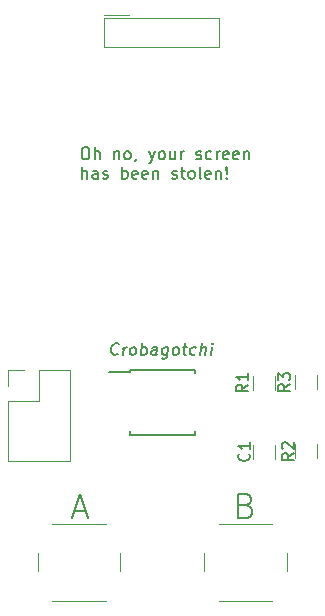
<source format=gbr>
%TF.GenerationSoftware,KiCad,Pcbnew,5.1.6-c6e7f7d~87~ubuntu19.10.1*%
%TF.CreationDate,2021-11-12T23:14:50-08:00*%
%TF.ProjectId,crobagotchi,63726f62-6167-46f7-9463-68692e6b6963,rev?*%
%TF.SameCoordinates,Original*%
%TF.FileFunction,Legend,Top*%
%TF.FilePolarity,Positive*%
%FSLAX46Y46*%
G04 Gerber Fmt 4.6, Leading zero omitted, Abs format (unit mm)*
G04 Created by KiCad (PCBNEW 5.1.6-c6e7f7d~87~ubuntu19.10.1) date 2021-11-12 23:14:50*
%MOMM*%
%LPD*%
G01*
G04 APERTURE LIST*
%ADD10C,0.150000*%
%ADD11C,0.120000*%
G04 APERTURE END LIST*
D10*
X108005252Y-79097142D02*
X107951681Y-79144761D01*
X107802872Y-79192380D01*
X107707633Y-79192380D01*
X107570729Y-79144761D01*
X107487395Y-79049523D01*
X107451681Y-78954285D01*
X107427872Y-78763809D01*
X107445729Y-78620952D01*
X107517157Y-78430476D01*
X107576681Y-78335238D01*
X107683824Y-78240000D01*
X107832633Y-78192380D01*
X107927872Y-78192380D01*
X108064776Y-78240000D01*
X108106443Y-78287619D01*
X108421919Y-79192380D02*
X108505252Y-78525714D01*
X108481443Y-78716190D02*
X108540967Y-78620952D01*
X108594538Y-78573333D01*
X108695729Y-78525714D01*
X108790967Y-78525714D01*
X109183824Y-79192380D02*
X109094538Y-79144761D01*
X109052872Y-79097142D01*
X109017157Y-79001904D01*
X109052872Y-78716190D01*
X109112395Y-78620952D01*
X109165967Y-78573333D01*
X109267157Y-78525714D01*
X109410014Y-78525714D01*
X109499300Y-78573333D01*
X109540967Y-78620952D01*
X109576681Y-78716190D01*
X109540967Y-79001904D01*
X109481443Y-79097142D01*
X109427872Y-79144761D01*
X109326681Y-79192380D01*
X109183824Y-79192380D01*
X109945729Y-79192380D02*
X110070729Y-78192380D01*
X110023110Y-78573333D02*
X110124300Y-78525714D01*
X110314776Y-78525714D01*
X110404062Y-78573333D01*
X110445729Y-78620952D01*
X110481443Y-78716190D01*
X110445729Y-79001904D01*
X110386205Y-79097142D01*
X110332633Y-79144761D01*
X110231443Y-79192380D01*
X110040967Y-79192380D01*
X109951681Y-79144761D01*
X111279062Y-79192380D02*
X111344538Y-78668571D01*
X111308824Y-78573333D01*
X111219538Y-78525714D01*
X111029062Y-78525714D01*
X110927872Y-78573333D01*
X111285014Y-79144761D02*
X111183824Y-79192380D01*
X110945729Y-79192380D01*
X110856443Y-79144761D01*
X110820729Y-79049523D01*
X110832633Y-78954285D01*
X110892157Y-78859047D01*
X110993348Y-78811428D01*
X111231443Y-78811428D01*
X111332633Y-78763809D01*
X112267157Y-78525714D02*
X112165967Y-79335238D01*
X112106443Y-79430476D01*
X112052872Y-79478095D01*
X111951681Y-79525714D01*
X111808824Y-79525714D01*
X111719538Y-79478095D01*
X112189776Y-79144761D02*
X112088586Y-79192380D01*
X111898110Y-79192380D01*
X111808824Y-79144761D01*
X111767157Y-79097142D01*
X111731443Y-79001904D01*
X111767157Y-78716190D01*
X111826681Y-78620952D01*
X111880252Y-78573333D01*
X111981443Y-78525714D01*
X112171919Y-78525714D01*
X112261205Y-78573333D01*
X112802872Y-79192380D02*
X112713586Y-79144761D01*
X112671919Y-79097142D01*
X112636205Y-79001904D01*
X112671919Y-78716190D01*
X112731443Y-78620952D01*
X112785014Y-78573333D01*
X112886205Y-78525714D01*
X113029062Y-78525714D01*
X113118348Y-78573333D01*
X113160014Y-78620952D01*
X113195729Y-78716190D01*
X113160014Y-79001904D01*
X113100491Y-79097142D01*
X113046919Y-79144761D01*
X112945729Y-79192380D01*
X112802872Y-79192380D01*
X113505252Y-78525714D02*
X113886205Y-78525714D01*
X113689776Y-78192380D02*
X113582633Y-79049523D01*
X113618348Y-79144761D01*
X113707633Y-79192380D01*
X113802872Y-79192380D01*
X114570729Y-79144761D02*
X114469538Y-79192380D01*
X114279062Y-79192380D01*
X114189776Y-79144761D01*
X114148110Y-79097142D01*
X114112395Y-79001904D01*
X114148110Y-78716190D01*
X114207633Y-78620952D01*
X114261205Y-78573333D01*
X114362395Y-78525714D01*
X114552872Y-78525714D01*
X114642157Y-78573333D01*
X114993348Y-79192380D02*
X115118348Y-78192380D01*
X115421919Y-79192380D02*
X115487395Y-78668571D01*
X115451681Y-78573333D01*
X115362395Y-78525714D01*
X115219538Y-78525714D01*
X115118348Y-78573333D01*
X115064776Y-78620952D01*
X115898110Y-79192380D02*
X115981443Y-78525714D01*
X116023110Y-78192380D02*
X115969538Y-78240000D01*
X116011205Y-78287619D01*
X116064776Y-78240000D01*
X116023110Y-78192380D01*
X116011205Y-78287619D01*
X105174071Y-61619380D02*
X105364547Y-61619380D01*
X105459785Y-61667000D01*
X105555023Y-61762238D01*
X105602642Y-61952714D01*
X105602642Y-62286047D01*
X105555023Y-62476523D01*
X105459785Y-62571761D01*
X105364547Y-62619380D01*
X105174071Y-62619380D01*
X105078833Y-62571761D01*
X104983595Y-62476523D01*
X104935976Y-62286047D01*
X104935976Y-61952714D01*
X104983595Y-61762238D01*
X105078833Y-61667000D01*
X105174071Y-61619380D01*
X106031214Y-62619380D02*
X106031214Y-61619380D01*
X106459785Y-62619380D02*
X106459785Y-62095571D01*
X106412166Y-62000333D01*
X106316928Y-61952714D01*
X106174071Y-61952714D01*
X106078833Y-62000333D01*
X106031214Y-62047952D01*
X107697880Y-61952714D02*
X107697880Y-62619380D01*
X107697880Y-62047952D02*
X107745500Y-62000333D01*
X107840738Y-61952714D01*
X107983595Y-61952714D01*
X108078833Y-62000333D01*
X108126452Y-62095571D01*
X108126452Y-62619380D01*
X108745500Y-62619380D02*
X108650261Y-62571761D01*
X108602642Y-62524142D01*
X108555023Y-62428904D01*
X108555023Y-62143190D01*
X108602642Y-62047952D01*
X108650261Y-62000333D01*
X108745500Y-61952714D01*
X108888357Y-61952714D01*
X108983595Y-62000333D01*
X109031214Y-62047952D01*
X109078833Y-62143190D01*
X109078833Y-62428904D01*
X109031214Y-62524142D01*
X108983595Y-62571761D01*
X108888357Y-62619380D01*
X108745500Y-62619380D01*
X109555023Y-62571761D02*
X109555023Y-62619380D01*
X109507404Y-62714619D01*
X109459785Y-62762238D01*
X110650261Y-61952714D02*
X110888357Y-62619380D01*
X111126452Y-61952714D02*
X110888357Y-62619380D01*
X110793119Y-62857476D01*
X110745500Y-62905095D01*
X110650261Y-62952714D01*
X111650261Y-62619380D02*
X111555023Y-62571761D01*
X111507404Y-62524142D01*
X111459785Y-62428904D01*
X111459785Y-62143190D01*
X111507404Y-62047952D01*
X111555023Y-62000333D01*
X111650261Y-61952714D01*
X111793119Y-61952714D01*
X111888357Y-62000333D01*
X111935976Y-62047952D01*
X111983595Y-62143190D01*
X111983595Y-62428904D01*
X111935976Y-62524142D01*
X111888357Y-62571761D01*
X111793119Y-62619380D01*
X111650261Y-62619380D01*
X112840738Y-61952714D02*
X112840738Y-62619380D01*
X112412166Y-61952714D02*
X112412166Y-62476523D01*
X112459785Y-62571761D01*
X112555023Y-62619380D01*
X112697880Y-62619380D01*
X112793119Y-62571761D01*
X112840738Y-62524142D01*
X113316928Y-62619380D02*
X113316928Y-61952714D01*
X113316928Y-62143190D02*
X113364547Y-62047952D01*
X113412166Y-62000333D01*
X113507404Y-61952714D01*
X113602642Y-61952714D01*
X114650261Y-62571761D02*
X114745500Y-62619380D01*
X114935976Y-62619380D01*
X115031214Y-62571761D01*
X115078833Y-62476523D01*
X115078833Y-62428904D01*
X115031214Y-62333666D01*
X114935976Y-62286047D01*
X114793119Y-62286047D01*
X114697880Y-62238428D01*
X114650261Y-62143190D01*
X114650261Y-62095571D01*
X114697880Y-62000333D01*
X114793119Y-61952714D01*
X114935976Y-61952714D01*
X115031214Y-62000333D01*
X115935976Y-62571761D02*
X115840738Y-62619380D01*
X115650261Y-62619380D01*
X115555023Y-62571761D01*
X115507404Y-62524142D01*
X115459785Y-62428904D01*
X115459785Y-62143190D01*
X115507404Y-62047952D01*
X115555023Y-62000333D01*
X115650261Y-61952714D01*
X115840738Y-61952714D01*
X115935976Y-62000333D01*
X116364547Y-62619380D02*
X116364547Y-61952714D01*
X116364547Y-62143190D02*
X116412166Y-62047952D01*
X116459785Y-62000333D01*
X116555023Y-61952714D01*
X116650261Y-61952714D01*
X117364547Y-62571761D02*
X117269309Y-62619380D01*
X117078833Y-62619380D01*
X116983595Y-62571761D01*
X116935976Y-62476523D01*
X116935976Y-62095571D01*
X116983595Y-62000333D01*
X117078833Y-61952714D01*
X117269309Y-61952714D01*
X117364547Y-62000333D01*
X117412166Y-62095571D01*
X117412166Y-62190809D01*
X116935976Y-62286047D01*
X118221690Y-62571761D02*
X118126452Y-62619380D01*
X117935976Y-62619380D01*
X117840738Y-62571761D01*
X117793119Y-62476523D01*
X117793119Y-62095571D01*
X117840738Y-62000333D01*
X117935976Y-61952714D01*
X118126452Y-61952714D01*
X118221690Y-62000333D01*
X118269309Y-62095571D01*
X118269309Y-62190809D01*
X117793119Y-62286047D01*
X118697880Y-61952714D02*
X118697880Y-62619380D01*
X118697880Y-62047952D02*
X118745500Y-62000333D01*
X118840738Y-61952714D01*
X118983595Y-61952714D01*
X119078833Y-62000333D01*
X119126452Y-62095571D01*
X119126452Y-62619380D01*
X104983595Y-64269380D02*
X104983595Y-63269380D01*
X105412166Y-64269380D02*
X105412166Y-63745571D01*
X105364547Y-63650333D01*
X105269309Y-63602714D01*
X105126452Y-63602714D01*
X105031214Y-63650333D01*
X104983595Y-63697952D01*
X106316928Y-64269380D02*
X106316928Y-63745571D01*
X106269309Y-63650333D01*
X106174071Y-63602714D01*
X105983595Y-63602714D01*
X105888357Y-63650333D01*
X106316928Y-64221761D02*
X106221690Y-64269380D01*
X105983595Y-64269380D01*
X105888357Y-64221761D01*
X105840738Y-64126523D01*
X105840738Y-64031285D01*
X105888357Y-63936047D01*
X105983595Y-63888428D01*
X106221690Y-63888428D01*
X106316928Y-63840809D01*
X106745500Y-64221761D02*
X106840738Y-64269380D01*
X107031214Y-64269380D01*
X107126452Y-64221761D01*
X107174071Y-64126523D01*
X107174071Y-64078904D01*
X107126452Y-63983666D01*
X107031214Y-63936047D01*
X106888357Y-63936047D01*
X106793119Y-63888428D01*
X106745500Y-63793190D01*
X106745500Y-63745571D01*
X106793119Y-63650333D01*
X106888357Y-63602714D01*
X107031214Y-63602714D01*
X107126452Y-63650333D01*
X108364547Y-64269380D02*
X108364547Y-63269380D01*
X108364547Y-63650333D02*
X108459785Y-63602714D01*
X108650261Y-63602714D01*
X108745500Y-63650333D01*
X108793119Y-63697952D01*
X108840738Y-63793190D01*
X108840738Y-64078904D01*
X108793119Y-64174142D01*
X108745500Y-64221761D01*
X108650261Y-64269380D01*
X108459785Y-64269380D01*
X108364547Y-64221761D01*
X109650261Y-64221761D02*
X109555023Y-64269380D01*
X109364547Y-64269380D01*
X109269309Y-64221761D01*
X109221690Y-64126523D01*
X109221690Y-63745571D01*
X109269309Y-63650333D01*
X109364547Y-63602714D01*
X109555023Y-63602714D01*
X109650261Y-63650333D01*
X109697880Y-63745571D01*
X109697880Y-63840809D01*
X109221690Y-63936047D01*
X110507404Y-64221761D02*
X110412166Y-64269380D01*
X110221690Y-64269380D01*
X110126452Y-64221761D01*
X110078833Y-64126523D01*
X110078833Y-63745571D01*
X110126452Y-63650333D01*
X110221690Y-63602714D01*
X110412166Y-63602714D01*
X110507404Y-63650333D01*
X110555023Y-63745571D01*
X110555023Y-63840809D01*
X110078833Y-63936047D01*
X110983595Y-63602714D02*
X110983595Y-64269380D01*
X110983595Y-63697952D02*
X111031214Y-63650333D01*
X111126452Y-63602714D01*
X111269309Y-63602714D01*
X111364547Y-63650333D01*
X111412166Y-63745571D01*
X111412166Y-64269380D01*
X112602642Y-64221761D02*
X112697880Y-64269380D01*
X112888357Y-64269380D01*
X112983595Y-64221761D01*
X113031214Y-64126523D01*
X113031214Y-64078904D01*
X112983595Y-63983666D01*
X112888357Y-63936047D01*
X112745500Y-63936047D01*
X112650261Y-63888428D01*
X112602642Y-63793190D01*
X112602642Y-63745571D01*
X112650261Y-63650333D01*
X112745500Y-63602714D01*
X112888357Y-63602714D01*
X112983595Y-63650333D01*
X113316928Y-63602714D02*
X113697880Y-63602714D01*
X113459785Y-63269380D02*
X113459785Y-64126523D01*
X113507404Y-64221761D01*
X113602642Y-64269380D01*
X113697880Y-64269380D01*
X114174071Y-64269380D02*
X114078833Y-64221761D01*
X114031214Y-64174142D01*
X113983595Y-64078904D01*
X113983595Y-63793190D01*
X114031214Y-63697952D01*
X114078833Y-63650333D01*
X114174071Y-63602714D01*
X114316928Y-63602714D01*
X114412166Y-63650333D01*
X114459785Y-63697952D01*
X114507404Y-63793190D01*
X114507404Y-64078904D01*
X114459785Y-64174142D01*
X114412166Y-64221761D01*
X114316928Y-64269380D01*
X114174071Y-64269380D01*
X115078833Y-64269380D02*
X114983595Y-64221761D01*
X114935976Y-64126523D01*
X114935976Y-63269380D01*
X115840738Y-64221761D02*
X115745500Y-64269380D01*
X115555023Y-64269380D01*
X115459785Y-64221761D01*
X115412166Y-64126523D01*
X115412166Y-63745571D01*
X115459785Y-63650333D01*
X115555023Y-63602714D01*
X115745500Y-63602714D01*
X115840738Y-63650333D01*
X115888357Y-63745571D01*
X115888357Y-63840809D01*
X115412166Y-63936047D01*
X116316928Y-63602714D02*
X116316928Y-64269380D01*
X116316928Y-63697952D02*
X116364547Y-63650333D01*
X116459785Y-63602714D01*
X116602642Y-63602714D01*
X116697880Y-63650333D01*
X116745500Y-63745571D01*
X116745500Y-64269380D01*
X117221690Y-64174142D02*
X117269309Y-64221761D01*
X117221690Y-64269380D01*
X117174071Y-64221761D01*
X117221690Y-64174142D01*
X117221690Y-64269380D01*
X117221690Y-63888428D02*
X117174071Y-63317000D01*
X117221690Y-63269380D01*
X117269309Y-63317000D01*
X117221690Y-63888428D01*
X117221690Y-63269380D01*
X118887857Y-91932142D02*
X119173571Y-92027380D01*
X119268809Y-92122619D01*
X119364047Y-92313095D01*
X119364047Y-92598809D01*
X119268809Y-92789285D01*
X119173571Y-92884523D01*
X118983095Y-92979761D01*
X118221190Y-92979761D01*
X118221190Y-90979761D01*
X118887857Y-90979761D01*
X119078333Y-91075000D01*
X119173571Y-91170238D01*
X119268809Y-91360714D01*
X119268809Y-91551190D01*
X119173571Y-91741666D01*
X119078333Y-91836904D01*
X118887857Y-91932142D01*
X118221190Y-91932142D01*
X104298809Y-92408333D02*
X105251190Y-92408333D01*
X104108333Y-92979761D02*
X104775000Y-90979761D01*
X105441666Y-92979761D01*
D11*
%TO.C,Brd1*%
X106807000Y-50673000D02*
X106807000Y-53086000D01*
X116586000Y-53086000D02*
X106807000Y-53086000D01*
X116586000Y-50673000D02*
X116586000Y-53086000D01*
X106807000Y-50673000D02*
X116586000Y-50673000D01*
X106807000Y-50419000D02*
X108966000Y-50419000D01*
%TO.C,SW3*%
X116570000Y-99988000D02*
X121070000Y-99988000D01*
X115320000Y-95988000D02*
X115320000Y-97488000D01*
X121070000Y-93488000D02*
X116570000Y-93488000D01*
X122320000Y-97488000D02*
X122320000Y-95988000D01*
%TO.C,SW2*%
X108223000Y-97488000D02*
X108223000Y-95988000D01*
X106973000Y-93488000D02*
X102473000Y-93488000D01*
X101223000Y-95988000D02*
X101223000Y-97488000D01*
X102473000Y-99988000D02*
X106973000Y-99988000D01*
%TO.C,R3*%
X123042000Y-82099564D02*
X123042000Y-80895436D01*
X124862000Y-82099564D02*
X124862000Y-80895436D01*
%TO.C,R2*%
X124862000Y-86737436D02*
X124862000Y-87941564D01*
X123042000Y-86737436D02*
X123042000Y-87941564D01*
%TO.C,C1*%
X121306000Y-86773936D02*
X121306000Y-87978064D01*
X119486000Y-86773936D02*
X119486000Y-87978064D01*
%TO.C,J1*%
X98746000Y-88198000D02*
X103946000Y-88198000D01*
X98746000Y-83058000D02*
X98746000Y-88198000D01*
X103946000Y-80458000D02*
X103946000Y-88198000D01*
X98746000Y-83058000D02*
X101346000Y-83058000D01*
X101346000Y-83058000D02*
X101346000Y-80458000D01*
X101346000Y-80458000D02*
X103946000Y-80458000D01*
X98746000Y-81788000D02*
X98746000Y-80458000D01*
X98746000Y-80458000D02*
X100076000Y-80458000D01*
D10*
%TO.C,U1*%
X109010000Y-80430000D02*
X109010000Y-80635000D01*
X114510000Y-80430000D02*
X114510000Y-80730000D01*
X114510000Y-85940000D02*
X114510000Y-85640000D01*
X109010000Y-85940000D02*
X109010000Y-85640000D01*
X109010000Y-80430000D02*
X114510000Y-80430000D01*
X109010000Y-85940000D02*
X114510000Y-85940000D01*
X109010000Y-80635000D02*
X107260000Y-80635000D01*
D11*
%TO.C,R1*%
X119486000Y-82136064D02*
X119486000Y-80931936D01*
X121306000Y-82136064D02*
X121306000Y-80931936D01*
%TO.C,R3*%
D10*
X122584380Y-81664166D02*
X122108190Y-81997500D01*
X122584380Y-82235595D02*
X121584380Y-82235595D01*
X121584380Y-81854642D01*
X121632000Y-81759404D01*
X121679619Y-81711785D01*
X121774857Y-81664166D01*
X121917714Y-81664166D01*
X122012952Y-81711785D01*
X122060571Y-81759404D01*
X122108190Y-81854642D01*
X122108190Y-82235595D01*
X121584380Y-81330833D02*
X121584380Y-80711785D01*
X121965333Y-81045119D01*
X121965333Y-80902261D01*
X122012952Y-80807023D01*
X122060571Y-80759404D01*
X122155809Y-80711785D01*
X122393904Y-80711785D01*
X122489142Y-80759404D01*
X122536761Y-80807023D01*
X122584380Y-80902261D01*
X122584380Y-81187976D01*
X122536761Y-81283214D01*
X122489142Y-81330833D01*
%TO.C,R2*%
X122880380Y-87506166D02*
X122404190Y-87839500D01*
X122880380Y-88077595D02*
X121880380Y-88077595D01*
X121880380Y-87696642D01*
X121928000Y-87601404D01*
X121975619Y-87553785D01*
X122070857Y-87506166D01*
X122213714Y-87506166D01*
X122308952Y-87553785D01*
X122356571Y-87601404D01*
X122404190Y-87696642D01*
X122404190Y-88077595D01*
X121975619Y-87125214D02*
X121928000Y-87077595D01*
X121880380Y-86982357D01*
X121880380Y-86744261D01*
X121928000Y-86649023D01*
X121975619Y-86601404D01*
X122070857Y-86553785D01*
X122166095Y-86553785D01*
X122308952Y-86601404D01*
X122880380Y-87172833D01*
X122880380Y-86553785D01*
%TO.C,C1*%
X119102142Y-87542666D02*
X119149761Y-87590285D01*
X119197380Y-87733142D01*
X119197380Y-87828380D01*
X119149761Y-87971238D01*
X119054523Y-88066476D01*
X118959285Y-88114095D01*
X118768809Y-88161714D01*
X118625952Y-88161714D01*
X118435476Y-88114095D01*
X118340238Y-88066476D01*
X118245000Y-87971238D01*
X118197380Y-87828380D01*
X118197380Y-87733142D01*
X118245000Y-87590285D01*
X118292619Y-87542666D01*
X119197380Y-86590285D02*
X119197380Y-87161714D01*
X119197380Y-86876000D02*
X118197380Y-86876000D01*
X118340238Y-86971238D01*
X118435476Y-87066476D01*
X118483095Y-87161714D01*
%TO.C,R1*%
X119028380Y-81700666D02*
X118552190Y-82034000D01*
X119028380Y-82272095D02*
X118028380Y-82272095D01*
X118028380Y-81891142D01*
X118076000Y-81795904D01*
X118123619Y-81748285D01*
X118218857Y-81700666D01*
X118361714Y-81700666D01*
X118456952Y-81748285D01*
X118504571Y-81795904D01*
X118552190Y-81891142D01*
X118552190Y-82272095D01*
X119028380Y-80748285D02*
X119028380Y-81319714D01*
X119028380Y-81034000D02*
X118028380Y-81034000D01*
X118171238Y-81129238D01*
X118266476Y-81224476D01*
X118314095Y-81319714D01*
%TD*%
M02*

</source>
